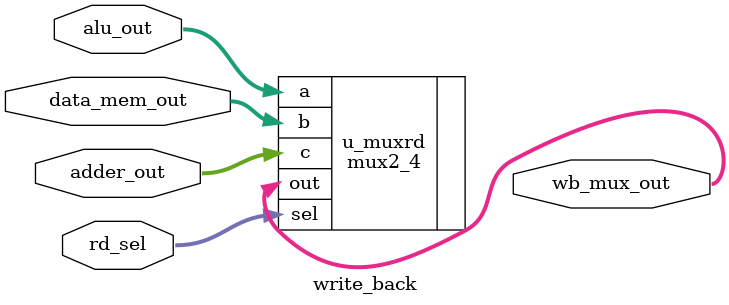
<source format=v>
module write_back(

    input wire [31:0]alu_out,
    input wire [31:0]data_mem_out,
    input wire [31:0]adder_out,
    input wire [1:0]rd_sel,
    output wire [31:0]wb_mux_out
    
);
    mux2_4 u_muxrd(
        .a(alu_out),
        .b(data_mem_out),
        .c(adder_out),
        .sel(rd_sel),
        .out(wb_mux_out)
    );


endmodule
</source>
